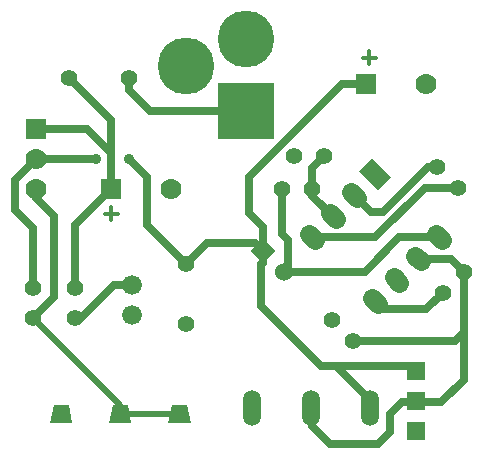
<source format=gtl>
G04 (created by PCBNEW (2013-07-07 BZR 4022)-stable) date 14/09/2014 21:51:55*
%MOIN*%
G04 Gerber Fmt 3.4, Leading zero omitted, Abs format*
%FSLAX34Y34*%
G01*
G70*
G90*
G04 APERTURE LIST*
%ADD10C,0.00590551*%
%ADD11C,0.011811*%
%ADD12O,0.0593X0.1187*%
%ADD13C,0.07*%
%ADD14R,0.07X0.07*%
%ADD15C,0.055*%
%ADD16R,0.06X0.06*%
%ADD17C,0.066*%
%ADD18C,0.189*%
%ADD19R,0.189X0.189*%
%ADD20C,0.062*%
%ADD21C,0.06*%
%ADD22C,0.035*%
%ADD23C,0.025*%
%ADD24C,0.02*%
G04 APERTURE END LIST*
G54D10*
G54D11*
X50875Y-33514D02*
X51324Y-33514D01*
X51100Y-33739D02*
X51100Y-33289D01*
X59475Y-28314D02*
X59924Y-28314D01*
X59700Y-28539D02*
X59700Y-28089D01*
G54D12*
X59718Y-40000D03*
X57750Y-40000D03*
X55781Y-40000D03*
G54D13*
X48600Y-32700D03*
X48600Y-31700D03*
G54D14*
X48600Y-30700D03*
G54D15*
X61946Y-31946D03*
X62653Y-32653D03*
X58446Y-37046D03*
X59153Y-37753D03*
X58200Y-31600D03*
X57200Y-31600D03*
X56800Y-32700D03*
X57800Y-32700D03*
X48500Y-36000D03*
X48500Y-37000D03*
X49900Y-36000D03*
X49900Y-37000D03*
G54D16*
X61250Y-38750D03*
X61250Y-39750D03*
X61250Y-40750D03*
G54D17*
X51800Y-35900D03*
X51800Y-36900D03*
G54D18*
X55600Y-27700D03*
G54D19*
X55600Y-30100D03*
G54D18*
X53600Y-28600D03*
G54D10*
G36*
X59801Y-31641D02*
X60437Y-32277D01*
X59998Y-32716D01*
X59362Y-32079D01*
X59801Y-31641D01*
X59801Y-31641D01*
G37*
G54D20*
X59291Y-32984D02*
X59093Y-32786D01*
X58584Y-33691D02*
X58386Y-33493D01*
X57877Y-34398D02*
X57679Y-34201D01*
X59998Y-36520D02*
X59801Y-36322D01*
X60706Y-35813D02*
X60508Y-35615D01*
X61413Y-35106D02*
X61215Y-34908D01*
X62120Y-34398D02*
X61922Y-34201D01*
G54D14*
X51100Y-32700D03*
G54D13*
X53100Y-32700D03*
G54D14*
X59600Y-29200D03*
G54D13*
X61600Y-29200D03*
G54D15*
X51700Y-29000D03*
X49700Y-29000D03*
X53600Y-35200D03*
X53600Y-37200D03*
X62146Y-36153D03*
X62853Y-35446D03*
G54D10*
G36*
X51025Y-40495D02*
X51144Y-39904D01*
X51655Y-39904D01*
X51774Y-40495D01*
X51025Y-40495D01*
X51025Y-40495D01*
G37*
G36*
X52994Y-40495D02*
X53112Y-39904D01*
X53624Y-39904D01*
X53742Y-40495D01*
X52994Y-40495D01*
X52994Y-40495D01*
G37*
G36*
X49057Y-40495D02*
X49175Y-39904D01*
X49687Y-39904D01*
X49805Y-40495D01*
X49057Y-40495D01*
X49057Y-40495D01*
G37*
G36*
X55722Y-34746D02*
X56146Y-34322D01*
X56570Y-34746D01*
X56146Y-35170D01*
X55722Y-34746D01*
X55722Y-34746D01*
G37*
G54D21*
X56853Y-35453D03*
G54D22*
X51700Y-31700D03*
X50600Y-31700D03*
G54D23*
X51700Y-29000D02*
X51700Y-29400D01*
X52400Y-30100D02*
X55600Y-30100D01*
X51700Y-29400D02*
X52400Y-30100D01*
X56146Y-34746D02*
X56146Y-33946D01*
X58800Y-29200D02*
X59600Y-29200D01*
X55700Y-32300D02*
X58800Y-29200D01*
X55700Y-33500D02*
X55700Y-32300D01*
X56146Y-33946D02*
X55700Y-33500D01*
X59768Y-40200D02*
X59768Y-39768D01*
X59768Y-39768D02*
X58600Y-38600D01*
X56146Y-34746D02*
X56146Y-35153D01*
X58100Y-38600D02*
X58600Y-38600D01*
X58600Y-38600D02*
X61200Y-38600D01*
X56100Y-36600D02*
X58100Y-38600D01*
X56100Y-35200D02*
X56100Y-36600D01*
X56146Y-35153D02*
X56100Y-35200D01*
X54800Y-34500D02*
X55900Y-34500D01*
X55900Y-34500D02*
X56146Y-34746D01*
X48600Y-31700D02*
X50600Y-31700D01*
X52300Y-33900D02*
X53600Y-35200D01*
X52300Y-32300D02*
X52300Y-33900D01*
X51700Y-31700D02*
X52300Y-32300D01*
X48500Y-36000D02*
X48500Y-34000D01*
X47900Y-32400D02*
X48600Y-31700D01*
X47900Y-33400D02*
X47900Y-32400D01*
X48500Y-34000D02*
X47900Y-33400D01*
X54800Y-34500D02*
X54300Y-34500D01*
X54300Y-34500D02*
X53600Y-35200D01*
X59153Y-37753D02*
X62546Y-37753D01*
X62546Y-37753D02*
X62853Y-37446D01*
X62853Y-35446D02*
X62853Y-37446D01*
X62853Y-37446D02*
X62853Y-39046D01*
X62100Y-39800D02*
X61200Y-39800D01*
X62853Y-39046D02*
X62100Y-39800D01*
X61314Y-35007D02*
X62414Y-35007D01*
X62414Y-35007D02*
X62853Y-35446D01*
X57800Y-40200D02*
X57800Y-40600D01*
X57800Y-40600D02*
X58400Y-41200D01*
X58400Y-41200D02*
X60000Y-41200D01*
X60000Y-41200D02*
X60400Y-40800D01*
X60400Y-40800D02*
X60400Y-40200D01*
X60400Y-40200D02*
X60800Y-39800D01*
X60800Y-39800D02*
X61200Y-39800D01*
X57800Y-32700D02*
X57800Y-32907D01*
X57800Y-32907D02*
X58485Y-33592D01*
X57800Y-32700D02*
X57800Y-32000D01*
X57800Y-32000D02*
X58200Y-31600D01*
G54D24*
X51400Y-40200D02*
X51400Y-39900D01*
X51400Y-39900D02*
X48500Y-37000D01*
X51400Y-40200D02*
X53368Y-40200D01*
G54D23*
X48600Y-32700D02*
X48600Y-33000D01*
X49200Y-36300D02*
X48500Y-37000D01*
X49200Y-33600D02*
X49200Y-36300D01*
X48600Y-33000D02*
X49200Y-33600D01*
X51100Y-31500D02*
X51100Y-30400D01*
X51100Y-30400D02*
X49700Y-29000D01*
X51100Y-32700D02*
X51100Y-31500D01*
X51100Y-31500D02*
X50300Y-30700D01*
X48600Y-30700D02*
X50300Y-30700D01*
X49900Y-36000D02*
X49900Y-33900D01*
X49900Y-33900D02*
X51100Y-32700D01*
X57778Y-34300D02*
X59900Y-34300D01*
X61546Y-32653D02*
X62653Y-32653D01*
X59900Y-34300D02*
X61546Y-32653D01*
X56853Y-35453D02*
X59546Y-35453D01*
X60700Y-34300D02*
X62021Y-34300D01*
X59546Y-35453D02*
X60700Y-34300D01*
X56800Y-32700D02*
X56800Y-34200D01*
X57000Y-35307D02*
X56853Y-35453D01*
X57000Y-34400D02*
X57000Y-35307D01*
X56800Y-34200D02*
X57000Y-34400D01*
X59900Y-36421D02*
X59921Y-36421D01*
X61600Y-36700D02*
X62146Y-36153D01*
X60200Y-36700D02*
X61600Y-36700D01*
X59921Y-36421D02*
X60200Y-36700D01*
X59753Y-33446D02*
X60153Y-33446D01*
X61653Y-31946D02*
X61946Y-31946D01*
X60153Y-33446D02*
X61653Y-31946D01*
X59753Y-33446D02*
X59192Y-32885D01*
X49900Y-37000D02*
X50100Y-37000D01*
X51200Y-35900D02*
X51800Y-35900D01*
X50100Y-37000D02*
X51200Y-35900D01*
M02*

</source>
